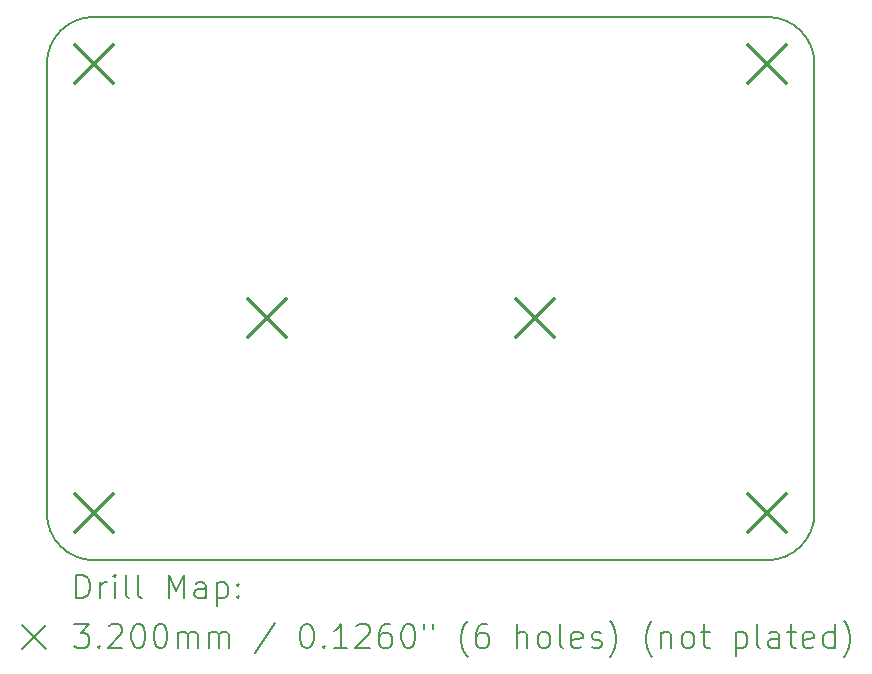
<source format=gbr>
%TF.GenerationSoftware,KiCad,Pcbnew,8.0.1-8.0.1-1~ubuntu22.04.1*%
%TF.CreationDate,2024-05-03T10:54:56-07:00*%
%TF.ProjectId,pifire-ads-board,70696669-7265-42d6-9164-732d626f6172,rev?*%
%TF.SameCoordinates,Original*%
%TF.FileFunction,Drillmap*%
%TF.FilePolarity,Positive*%
%FSLAX45Y45*%
G04 Gerber Fmt 4.5, Leading zero omitted, Abs format (unit mm)*
G04 Created by KiCad (PCBNEW 8.0.1-8.0.1-1~ubuntu22.04.1) date 2024-05-03 10:54:56*
%MOMM*%
%LPD*%
G01*
G04 APERTURE LIST*
%ADD10C,0.200000*%
%ADD11C,0.320000*%
G04 APERTURE END LIST*
D10*
X9500000Y-7200000D02*
G75*
G02*
X9100000Y-7600000I-400000J0D01*
G01*
X3000000Y-7200000D02*
X3000000Y-3400000D01*
X9100000Y-7600000D02*
X3400000Y-7600000D01*
X3400000Y-3000000D02*
X9100000Y-3000000D01*
X3400000Y-7600000D02*
G75*
G02*
X3000000Y-7200000I0J400000D01*
G01*
X3000000Y-3400000D02*
G75*
G02*
X3400000Y-3000000I400000J0D01*
G01*
X9500000Y-3400000D02*
X9500000Y-7200000D01*
X9100000Y-3000000D02*
G75*
G02*
X9500000Y-3400000I0J-400000D01*
G01*
D11*
X3240000Y-3240000D02*
X3560000Y-3560000D01*
X3560000Y-3240000D02*
X3240000Y-3560000D01*
X3240000Y-7040000D02*
X3560000Y-7360000D01*
X3560000Y-7040000D02*
X3240000Y-7360000D01*
X4701600Y-5392200D02*
X5021600Y-5712200D01*
X5021600Y-5392200D02*
X4701600Y-5712200D01*
X6976400Y-5392200D02*
X7296400Y-5712200D01*
X7296400Y-5392200D02*
X6976400Y-5712200D01*
X8940000Y-3240000D02*
X9260000Y-3560000D01*
X9260000Y-3240000D02*
X8940000Y-3560000D01*
X8940000Y-7040000D02*
X9260000Y-7360000D01*
X9260000Y-7040000D02*
X8940000Y-7360000D01*
D10*
X3250777Y-7921484D02*
X3250777Y-7721484D01*
X3250777Y-7721484D02*
X3298396Y-7721484D01*
X3298396Y-7721484D02*
X3326967Y-7731008D01*
X3326967Y-7731008D02*
X3346015Y-7750055D01*
X3346015Y-7750055D02*
X3355539Y-7769103D01*
X3355539Y-7769103D02*
X3365062Y-7807198D01*
X3365062Y-7807198D02*
X3365062Y-7835769D01*
X3365062Y-7835769D02*
X3355539Y-7873865D01*
X3355539Y-7873865D02*
X3346015Y-7892912D01*
X3346015Y-7892912D02*
X3326967Y-7911960D01*
X3326967Y-7911960D02*
X3298396Y-7921484D01*
X3298396Y-7921484D02*
X3250777Y-7921484D01*
X3450777Y-7921484D02*
X3450777Y-7788150D01*
X3450777Y-7826246D02*
X3460301Y-7807198D01*
X3460301Y-7807198D02*
X3469824Y-7797674D01*
X3469824Y-7797674D02*
X3488872Y-7788150D01*
X3488872Y-7788150D02*
X3507920Y-7788150D01*
X3574586Y-7921484D02*
X3574586Y-7788150D01*
X3574586Y-7721484D02*
X3565062Y-7731008D01*
X3565062Y-7731008D02*
X3574586Y-7740531D01*
X3574586Y-7740531D02*
X3584110Y-7731008D01*
X3584110Y-7731008D02*
X3574586Y-7721484D01*
X3574586Y-7721484D02*
X3574586Y-7740531D01*
X3698396Y-7921484D02*
X3679348Y-7911960D01*
X3679348Y-7911960D02*
X3669824Y-7892912D01*
X3669824Y-7892912D02*
X3669824Y-7721484D01*
X3803158Y-7921484D02*
X3784110Y-7911960D01*
X3784110Y-7911960D02*
X3774586Y-7892912D01*
X3774586Y-7892912D02*
X3774586Y-7721484D01*
X4031729Y-7921484D02*
X4031729Y-7721484D01*
X4031729Y-7721484D02*
X4098396Y-7864341D01*
X4098396Y-7864341D02*
X4165062Y-7721484D01*
X4165062Y-7721484D02*
X4165062Y-7921484D01*
X4346015Y-7921484D02*
X4346015Y-7816722D01*
X4346015Y-7816722D02*
X4336491Y-7797674D01*
X4336491Y-7797674D02*
X4317444Y-7788150D01*
X4317444Y-7788150D02*
X4279348Y-7788150D01*
X4279348Y-7788150D02*
X4260301Y-7797674D01*
X4346015Y-7911960D02*
X4326967Y-7921484D01*
X4326967Y-7921484D02*
X4279348Y-7921484D01*
X4279348Y-7921484D02*
X4260301Y-7911960D01*
X4260301Y-7911960D02*
X4250777Y-7892912D01*
X4250777Y-7892912D02*
X4250777Y-7873865D01*
X4250777Y-7873865D02*
X4260301Y-7854817D01*
X4260301Y-7854817D02*
X4279348Y-7845293D01*
X4279348Y-7845293D02*
X4326967Y-7845293D01*
X4326967Y-7845293D02*
X4346015Y-7835769D01*
X4441253Y-7788150D02*
X4441253Y-7988150D01*
X4441253Y-7797674D02*
X4460301Y-7788150D01*
X4460301Y-7788150D02*
X4498396Y-7788150D01*
X4498396Y-7788150D02*
X4517444Y-7797674D01*
X4517444Y-7797674D02*
X4526967Y-7807198D01*
X4526967Y-7807198D02*
X4536491Y-7826246D01*
X4536491Y-7826246D02*
X4536491Y-7883388D01*
X4536491Y-7883388D02*
X4526967Y-7902436D01*
X4526967Y-7902436D02*
X4517444Y-7911960D01*
X4517444Y-7911960D02*
X4498396Y-7921484D01*
X4498396Y-7921484D02*
X4460301Y-7921484D01*
X4460301Y-7921484D02*
X4441253Y-7911960D01*
X4622205Y-7902436D02*
X4631729Y-7911960D01*
X4631729Y-7911960D02*
X4622205Y-7921484D01*
X4622205Y-7921484D02*
X4612682Y-7911960D01*
X4612682Y-7911960D02*
X4622205Y-7902436D01*
X4622205Y-7902436D02*
X4622205Y-7921484D01*
X4622205Y-7797674D02*
X4631729Y-7807198D01*
X4631729Y-7807198D02*
X4622205Y-7816722D01*
X4622205Y-7816722D02*
X4612682Y-7807198D01*
X4612682Y-7807198D02*
X4622205Y-7797674D01*
X4622205Y-7797674D02*
X4622205Y-7816722D01*
X2790000Y-8150000D02*
X2990000Y-8350000D01*
X2990000Y-8150000D02*
X2790000Y-8350000D01*
X3231729Y-8141484D02*
X3355539Y-8141484D01*
X3355539Y-8141484D02*
X3288872Y-8217674D01*
X3288872Y-8217674D02*
X3317443Y-8217674D01*
X3317443Y-8217674D02*
X3336491Y-8227198D01*
X3336491Y-8227198D02*
X3346015Y-8236722D01*
X3346015Y-8236722D02*
X3355539Y-8255769D01*
X3355539Y-8255769D02*
X3355539Y-8303388D01*
X3355539Y-8303388D02*
X3346015Y-8322436D01*
X3346015Y-8322436D02*
X3336491Y-8331960D01*
X3336491Y-8331960D02*
X3317443Y-8341484D01*
X3317443Y-8341484D02*
X3260301Y-8341484D01*
X3260301Y-8341484D02*
X3241253Y-8331960D01*
X3241253Y-8331960D02*
X3231729Y-8322436D01*
X3441253Y-8322436D02*
X3450777Y-8331960D01*
X3450777Y-8331960D02*
X3441253Y-8341484D01*
X3441253Y-8341484D02*
X3431729Y-8331960D01*
X3431729Y-8331960D02*
X3441253Y-8322436D01*
X3441253Y-8322436D02*
X3441253Y-8341484D01*
X3526967Y-8160531D02*
X3536491Y-8151008D01*
X3536491Y-8151008D02*
X3555539Y-8141484D01*
X3555539Y-8141484D02*
X3603158Y-8141484D01*
X3603158Y-8141484D02*
X3622205Y-8151008D01*
X3622205Y-8151008D02*
X3631729Y-8160531D01*
X3631729Y-8160531D02*
X3641253Y-8179579D01*
X3641253Y-8179579D02*
X3641253Y-8198627D01*
X3641253Y-8198627D02*
X3631729Y-8227198D01*
X3631729Y-8227198D02*
X3517443Y-8341484D01*
X3517443Y-8341484D02*
X3641253Y-8341484D01*
X3765062Y-8141484D02*
X3784110Y-8141484D01*
X3784110Y-8141484D02*
X3803158Y-8151008D01*
X3803158Y-8151008D02*
X3812682Y-8160531D01*
X3812682Y-8160531D02*
X3822205Y-8179579D01*
X3822205Y-8179579D02*
X3831729Y-8217674D01*
X3831729Y-8217674D02*
X3831729Y-8265293D01*
X3831729Y-8265293D02*
X3822205Y-8303388D01*
X3822205Y-8303388D02*
X3812682Y-8322436D01*
X3812682Y-8322436D02*
X3803158Y-8331960D01*
X3803158Y-8331960D02*
X3784110Y-8341484D01*
X3784110Y-8341484D02*
X3765062Y-8341484D01*
X3765062Y-8341484D02*
X3746015Y-8331960D01*
X3746015Y-8331960D02*
X3736491Y-8322436D01*
X3736491Y-8322436D02*
X3726967Y-8303388D01*
X3726967Y-8303388D02*
X3717443Y-8265293D01*
X3717443Y-8265293D02*
X3717443Y-8217674D01*
X3717443Y-8217674D02*
X3726967Y-8179579D01*
X3726967Y-8179579D02*
X3736491Y-8160531D01*
X3736491Y-8160531D02*
X3746015Y-8151008D01*
X3746015Y-8151008D02*
X3765062Y-8141484D01*
X3955539Y-8141484D02*
X3974586Y-8141484D01*
X3974586Y-8141484D02*
X3993634Y-8151008D01*
X3993634Y-8151008D02*
X4003158Y-8160531D01*
X4003158Y-8160531D02*
X4012682Y-8179579D01*
X4012682Y-8179579D02*
X4022205Y-8217674D01*
X4022205Y-8217674D02*
X4022205Y-8265293D01*
X4022205Y-8265293D02*
X4012682Y-8303388D01*
X4012682Y-8303388D02*
X4003158Y-8322436D01*
X4003158Y-8322436D02*
X3993634Y-8331960D01*
X3993634Y-8331960D02*
X3974586Y-8341484D01*
X3974586Y-8341484D02*
X3955539Y-8341484D01*
X3955539Y-8341484D02*
X3936491Y-8331960D01*
X3936491Y-8331960D02*
X3926967Y-8322436D01*
X3926967Y-8322436D02*
X3917443Y-8303388D01*
X3917443Y-8303388D02*
X3907920Y-8265293D01*
X3907920Y-8265293D02*
X3907920Y-8217674D01*
X3907920Y-8217674D02*
X3917443Y-8179579D01*
X3917443Y-8179579D02*
X3926967Y-8160531D01*
X3926967Y-8160531D02*
X3936491Y-8151008D01*
X3936491Y-8151008D02*
X3955539Y-8141484D01*
X4107920Y-8341484D02*
X4107920Y-8208150D01*
X4107920Y-8227198D02*
X4117443Y-8217674D01*
X4117443Y-8217674D02*
X4136491Y-8208150D01*
X4136491Y-8208150D02*
X4165063Y-8208150D01*
X4165063Y-8208150D02*
X4184110Y-8217674D01*
X4184110Y-8217674D02*
X4193634Y-8236722D01*
X4193634Y-8236722D02*
X4193634Y-8341484D01*
X4193634Y-8236722D02*
X4203158Y-8217674D01*
X4203158Y-8217674D02*
X4222205Y-8208150D01*
X4222205Y-8208150D02*
X4250777Y-8208150D01*
X4250777Y-8208150D02*
X4269825Y-8217674D01*
X4269825Y-8217674D02*
X4279348Y-8236722D01*
X4279348Y-8236722D02*
X4279348Y-8341484D01*
X4374586Y-8341484D02*
X4374586Y-8208150D01*
X4374586Y-8227198D02*
X4384110Y-8217674D01*
X4384110Y-8217674D02*
X4403158Y-8208150D01*
X4403158Y-8208150D02*
X4431729Y-8208150D01*
X4431729Y-8208150D02*
X4450777Y-8217674D01*
X4450777Y-8217674D02*
X4460301Y-8236722D01*
X4460301Y-8236722D02*
X4460301Y-8341484D01*
X4460301Y-8236722D02*
X4469825Y-8217674D01*
X4469825Y-8217674D02*
X4488872Y-8208150D01*
X4488872Y-8208150D02*
X4517444Y-8208150D01*
X4517444Y-8208150D02*
X4536491Y-8217674D01*
X4536491Y-8217674D02*
X4546015Y-8236722D01*
X4546015Y-8236722D02*
X4546015Y-8341484D01*
X4936491Y-8131960D02*
X4765063Y-8389103D01*
X5193634Y-8141484D02*
X5212682Y-8141484D01*
X5212682Y-8141484D02*
X5231729Y-8151008D01*
X5231729Y-8151008D02*
X5241253Y-8160531D01*
X5241253Y-8160531D02*
X5250777Y-8179579D01*
X5250777Y-8179579D02*
X5260301Y-8217674D01*
X5260301Y-8217674D02*
X5260301Y-8265293D01*
X5260301Y-8265293D02*
X5250777Y-8303388D01*
X5250777Y-8303388D02*
X5241253Y-8322436D01*
X5241253Y-8322436D02*
X5231729Y-8331960D01*
X5231729Y-8331960D02*
X5212682Y-8341484D01*
X5212682Y-8341484D02*
X5193634Y-8341484D01*
X5193634Y-8341484D02*
X5174587Y-8331960D01*
X5174587Y-8331960D02*
X5165063Y-8322436D01*
X5165063Y-8322436D02*
X5155539Y-8303388D01*
X5155539Y-8303388D02*
X5146015Y-8265293D01*
X5146015Y-8265293D02*
X5146015Y-8217674D01*
X5146015Y-8217674D02*
X5155539Y-8179579D01*
X5155539Y-8179579D02*
X5165063Y-8160531D01*
X5165063Y-8160531D02*
X5174587Y-8151008D01*
X5174587Y-8151008D02*
X5193634Y-8141484D01*
X5346015Y-8322436D02*
X5355539Y-8331960D01*
X5355539Y-8331960D02*
X5346015Y-8341484D01*
X5346015Y-8341484D02*
X5336491Y-8331960D01*
X5336491Y-8331960D02*
X5346015Y-8322436D01*
X5346015Y-8322436D02*
X5346015Y-8341484D01*
X5546015Y-8341484D02*
X5431729Y-8341484D01*
X5488872Y-8341484D02*
X5488872Y-8141484D01*
X5488872Y-8141484D02*
X5469825Y-8170055D01*
X5469825Y-8170055D02*
X5450777Y-8189103D01*
X5450777Y-8189103D02*
X5431729Y-8198627D01*
X5622206Y-8160531D02*
X5631729Y-8151008D01*
X5631729Y-8151008D02*
X5650777Y-8141484D01*
X5650777Y-8141484D02*
X5698396Y-8141484D01*
X5698396Y-8141484D02*
X5717444Y-8151008D01*
X5717444Y-8151008D02*
X5726967Y-8160531D01*
X5726967Y-8160531D02*
X5736491Y-8179579D01*
X5736491Y-8179579D02*
X5736491Y-8198627D01*
X5736491Y-8198627D02*
X5726967Y-8227198D01*
X5726967Y-8227198D02*
X5612682Y-8341484D01*
X5612682Y-8341484D02*
X5736491Y-8341484D01*
X5907920Y-8141484D02*
X5869825Y-8141484D01*
X5869825Y-8141484D02*
X5850777Y-8151008D01*
X5850777Y-8151008D02*
X5841253Y-8160531D01*
X5841253Y-8160531D02*
X5822206Y-8189103D01*
X5822206Y-8189103D02*
X5812682Y-8227198D01*
X5812682Y-8227198D02*
X5812682Y-8303388D01*
X5812682Y-8303388D02*
X5822206Y-8322436D01*
X5822206Y-8322436D02*
X5831729Y-8331960D01*
X5831729Y-8331960D02*
X5850777Y-8341484D01*
X5850777Y-8341484D02*
X5888872Y-8341484D01*
X5888872Y-8341484D02*
X5907920Y-8331960D01*
X5907920Y-8331960D02*
X5917444Y-8322436D01*
X5917444Y-8322436D02*
X5926967Y-8303388D01*
X5926967Y-8303388D02*
X5926967Y-8255769D01*
X5926967Y-8255769D02*
X5917444Y-8236722D01*
X5917444Y-8236722D02*
X5907920Y-8227198D01*
X5907920Y-8227198D02*
X5888872Y-8217674D01*
X5888872Y-8217674D02*
X5850777Y-8217674D01*
X5850777Y-8217674D02*
X5831729Y-8227198D01*
X5831729Y-8227198D02*
X5822206Y-8236722D01*
X5822206Y-8236722D02*
X5812682Y-8255769D01*
X6050777Y-8141484D02*
X6069825Y-8141484D01*
X6069825Y-8141484D02*
X6088872Y-8151008D01*
X6088872Y-8151008D02*
X6098396Y-8160531D01*
X6098396Y-8160531D02*
X6107920Y-8179579D01*
X6107920Y-8179579D02*
X6117444Y-8217674D01*
X6117444Y-8217674D02*
X6117444Y-8265293D01*
X6117444Y-8265293D02*
X6107920Y-8303388D01*
X6107920Y-8303388D02*
X6098396Y-8322436D01*
X6098396Y-8322436D02*
X6088872Y-8331960D01*
X6088872Y-8331960D02*
X6069825Y-8341484D01*
X6069825Y-8341484D02*
X6050777Y-8341484D01*
X6050777Y-8341484D02*
X6031729Y-8331960D01*
X6031729Y-8331960D02*
X6022206Y-8322436D01*
X6022206Y-8322436D02*
X6012682Y-8303388D01*
X6012682Y-8303388D02*
X6003158Y-8265293D01*
X6003158Y-8265293D02*
X6003158Y-8217674D01*
X6003158Y-8217674D02*
X6012682Y-8179579D01*
X6012682Y-8179579D02*
X6022206Y-8160531D01*
X6022206Y-8160531D02*
X6031729Y-8151008D01*
X6031729Y-8151008D02*
X6050777Y-8141484D01*
X6193634Y-8141484D02*
X6193634Y-8179579D01*
X6269825Y-8141484D02*
X6269825Y-8179579D01*
X6565063Y-8417674D02*
X6555539Y-8408150D01*
X6555539Y-8408150D02*
X6536491Y-8379579D01*
X6536491Y-8379579D02*
X6526968Y-8360531D01*
X6526968Y-8360531D02*
X6517444Y-8331960D01*
X6517444Y-8331960D02*
X6507920Y-8284341D01*
X6507920Y-8284341D02*
X6507920Y-8246246D01*
X6507920Y-8246246D02*
X6517444Y-8198627D01*
X6517444Y-8198627D02*
X6526968Y-8170055D01*
X6526968Y-8170055D02*
X6536491Y-8151008D01*
X6536491Y-8151008D02*
X6555539Y-8122436D01*
X6555539Y-8122436D02*
X6565063Y-8112912D01*
X6726968Y-8141484D02*
X6688872Y-8141484D01*
X6688872Y-8141484D02*
X6669825Y-8151008D01*
X6669825Y-8151008D02*
X6660301Y-8160531D01*
X6660301Y-8160531D02*
X6641253Y-8189103D01*
X6641253Y-8189103D02*
X6631729Y-8227198D01*
X6631729Y-8227198D02*
X6631729Y-8303388D01*
X6631729Y-8303388D02*
X6641253Y-8322436D01*
X6641253Y-8322436D02*
X6650777Y-8331960D01*
X6650777Y-8331960D02*
X6669825Y-8341484D01*
X6669825Y-8341484D02*
X6707920Y-8341484D01*
X6707920Y-8341484D02*
X6726968Y-8331960D01*
X6726968Y-8331960D02*
X6736491Y-8322436D01*
X6736491Y-8322436D02*
X6746015Y-8303388D01*
X6746015Y-8303388D02*
X6746015Y-8255769D01*
X6746015Y-8255769D02*
X6736491Y-8236722D01*
X6736491Y-8236722D02*
X6726968Y-8227198D01*
X6726968Y-8227198D02*
X6707920Y-8217674D01*
X6707920Y-8217674D02*
X6669825Y-8217674D01*
X6669825Y-8217674D02*
X6650777Y-8227198D01*
X6650777Y-8227198D02*
X6641253Y-8236722D01*
X6641253Y-8236722D02*
X6631729Y-8255769D01*
X6984110Y-8341484D02*
X6984110Y-8141484D01*
X7069825Y-8341484D02*
X7069825Y-8236722D01*
X7069825Y-8236722D02*
X7060301Y-8217674D01*
X7060301Y-8217674D02*
X7041253Y-8208150D01*
X7041253Y-8208150D02*
X7012682Y-8208150D01*
X7012682Y-8208150D02*
X6993634Y-8217674D01*
X6993634Y-8217674D02*
X6984110Y-8227198D01*
X7193634Y-8341484D02*
X7174587Y-8331960D01*
X7174587Y-8331960D02*
X7165063Y-8322436D01*
X7165063Y-8322436D02*
X7155539Y-8303388D01*
X7155539Y-8303388D02*
X7155539Y-8246246D01*
X7155539Y-8246246D02*
X7165063Y-8227198D01*
X7165063Y-8227198D02*
X7174587Y-8217674D01*
X7174587Y-8217674D02*
X7193634Y-8208150D01*
X7193634Y-8208150D02*
X7222206Y-8208150D01*
X7222206Y-8208150D02*
X7241253Y-8217674D01*
X7241253Y-8217674D02*
X7250777Y-8227198D01*
X7250777Y-8227198D02*
X7260301Y-8246246D01*
X7260301Y-8246246D02*
X7260301Y-8303388D01*
X7260301Y-8303388D02*
X7250777Y-8322436D01*
X7250777Y-8322436D02*
X7241253Y-8331960D01*
X7241253Y-8331960D02*
X7222206Y-8341484D01*
X7222206Y-8341484D02*
X7193634Y-8341484D01*
X7374587Y-8341484D02*
X7355539Y-8331960D01*
X7355539Y-8331960D02*
X7346015Y-8312912D01*
X7346015Y-8312912D02*
X7346015Y-8141484D01*
X7526968Y-8331960D02*
X7507920Y-8341484D01*
X7507920Y-8341484D02*
X7469825Y-8341484D01*
X7469825Y-8341484D02*
X7450777Y-8331960D01*
X7450777Y-8331960D02*
X7441253Y-8312912D01*
X7441253Y-8312912D02*
X7441253Y-8236722D01*
X7441253Y-8236722D02*
X7450777Y-8217674D01*
X7450777Y-8217674D02*
X7469825Y-8208150D01*
X7469825Y-8208150D02*
X7507920Y-8208150D01*
X7507920Y-8208150D02*
X7526968Y-8217674D01*
X7526968Y-8217674D02*
X7536491Y-8236722D01*
X7536491Y-8236722D02*
X7536491Y-8255769D01*
X7536491Y-8255769D02*
X7441253Y-8274817D01*
X7612682Y-8331960D02*
X7631730Y-8341484D01*
X7631730Y-8341484D02*
X7669825Y-8341484D01*
X7669825Y-8341484D02*
X7688872Y-8331960D01*
X7688872Y-8331960D02*
X7698396Y-8312912D01*
X7698396Y-8312912D02*
X7698396Y-8303388D01*
X7698396Y-8303388D02*
X7688872Y-8284341D01*
X7688872Y-8284341D02*
X7669825Y-8274817D01*
X7669825Y-8274817D02*
X7641253Y-8274817D01*
X7641253Y-8274817D02*
X7622206Y-8265293D01*
X7622206Y-8265293D02*
X7612682Y-8246246D01*
X7612682Y-8246246D02*
X7612682Y-8236722D01*
X7612682Y-8236722D02*
X7622206Y-8217674D01*
X7622206Y-8217674D02*
X7641253Y-8208150D01*
X7641253Y-8208150D02*
X7669825Y-8208150D01*
X7669825Y-8208150D02*
X7688872Y-8217674D01*
X7765063Y-8417674D02*
X7774587Y-8408150D01*
X7774587Y-8408150D02*
X7793634Y-8379579D01*
X7793634Y-8379579D02*
X7803158Y-8360531D01*
X7803158Y-8360531D02*
X7812682Y-8331960D01*
X7812682Y-8331960D02*
X7822206Y-8284341D01*
X7822206Y-8284341D02*
X7822206Y-8246246D01*
X7822206Y-8246246D02*
X7812682Y-8198627D01*
X7812682Y-8198627D02*
X7803158Y-8170055D01*
X7803158Y-8170055D02*
X7793634Y-8151008D01*
X7793634Y-8151008D02*
X7774587Y-8122436D01*
X7774587Y-8122436D02*
X7765063Y-8112912D01*
X8126968Y-8417674D02*
X8117444Y-8408150D01*
X8117444Y-8408150D02*
X8098396Y-8379579D01*
X8098396Y-8379579D02*
X8088872Y-8360531D01*
X8088872Y-8360531D02*
X8079349Y-8331960D01*
X8079349Y-8331960D02*
X8069825Y-8284341D01*
X8069825Y-8284341D02*
X8069825Y-8246246D01*
X8069825Y-8246246D02*
X8079349Y-8198627D01*
X8079349Y-8198627D02*
X8088872Y-8170055D01*
X8088872Y-8170055D02*
X8098396Y-8151008D01*
X8098396Y-8151008D02*
X8117444Y-8122436D01*
X8117444Y-8122436D02*
X8126968Y-8112912D01*
X8203158Y-8208150D02*
X8203158Y-8341484D01*
X8203158Y-8227198D02*
X8212682Y-8217674D01*
X8212682Y-8217674D02*
X8231730Y-8208150D01*
X8231730Y-8208150D02*
X8260301Y-8208150D01*
X8260301Y-8208150D02*
X8279349Y-8217674D01*
X8279349Y-8217674D02*
X8288872Y-8236722D01*
X8288872Y-8236722D02*
X8288872Y-8341484D01*
X8412682Y-8341484D02*
X8393634Y-8331960D01*
X8393634Y-8331960D02*
X8384111Y-8322436D01*
X8384111Y-8322436D02*
X8374587Y-8303388D01*
X8374587Y-8303388D02*
X8374587Y-8246246D01*
X8374587Y-8246246D02*
X8384111Y-8227198D01*
X8384111Y-8227198D02*
X8393634Y-8217674D01*
X8393634Y-8217674D02*
X8412682Y-8208150D01*
X8412682Y-8208150D02*
X8441254Y-8208150D01*
X8441254Y-8208150D02*
X8460301Y-8217674D01*
X8460301Y-8217674D02*
X8469825Y-8227198D01*
X8469825Y-8227198D02*
X8479349Y-8246246D01*
X8479349Y-8246246D02*
X8479349Y-8303388D01*
X8479349Y-8303388D02*
X8469825Y-8322436D01*
X8469825Y-8322436D02*
X8460301Y-8331960D01*
X8460301Y-8331960D02*
X8441254Y-8341484D01*
X8441254Y-8341484D02*
X8412682Y-8341484D01*
X8536492Y-8208150D02*
X8612682Y-8208150D01*
X8565063Y-8141484D02*
X8565063Y-8312912D01*
X8565063Y-8312912D02*
X8574587Y-8331960D01*
X8574587Y-8331960D02*
X8593634Y-8341484D01*
X8593634Y-8341484D02*
X8612682Y-8341484D01*
X8831730Y-8208150D02*
X8831730Y-8408150D01*
X8831730Y-8217674D02*
X8850777Y-8208150D01*
X8850777Y-8208150D02*
X8888873Y-8208150D01*
X8888873Y-8208150D02*
X8907920Y-8217674D01*
X8907920Y-8217674D02*
X8917444Y-8227198D01*
X8917444Y-8227198D02*
X8926968Y-8246246D01*
X8926968Y-8246246D02*
X8926968Y-8303388D01*
X8926968Y-8303388D02*
X8917444Y-8322436D01*
X8917444Y-8322436D02*
X8907920Y-8331960D01*
X8907920Y-8331960D02*
X8888873Y-8341484D01*
X8888873Y-8341484D02*
X8850777Y-8341484D01*
X8850777Y-8341484D02*
X8831730Y-8331960D01*
X9041254Y-8341484D02*
X9022206Y-8331960D01*
X9022206Y-8331960D02*
X9012682Y-8312912D01*
X9012682Y-8312912D02*
X9012682Y-8141484D01*
X9203158Y-8341484D02*
X9203158Y-8236722D01*
X9203158Y-8236722D02*
X9193635Y-8217674D01*
X9193635Y-8217674D02*
X9174587Y-8208150D01*
X9174587Y-8208150D02*
X9136492Y-8208150D01*
X9136492Y-8208150D02*
X9117444Y-8217674D01*
X9203158Y-8331960D02*
X9184111Y-8341484D01*
X9184111Y-8341484D02*
X9136492Y-8341484D01*
X9136492Y-8341484D02*
X9117444Y-8331960D01*
X9117444Y-8331960D02*
X9107920Y-8312912D01*
X9107920Y-8312912D02*
X9107920Y-8293865D01*
X9107920Y-8293865D02*
X9117444Y-8274817D01*
X9117444Y-8274817D02*
X9136492Y-8265293D01*
X9136492Y-8265293D02*
X9184111Y-8265293D01*
X9184111Y-8265293D02*
X9203158Y-8255769D01*
X9269825Y-8208150D02*
X9346015Y-8208150D01*
X9298396Y-8141484D02*
X9298396Y-8312912D01*
X9298396Y-8312912D02*
X9307920Y-8331960D01*
X9307920Y-8331960D02*
X9326968Y-8341484D01*
X9326968Y-8341484D02*
X9346015Y-8341484D01*
X9488873Y-8331960D02*
X9469825Y-8341484D01*
X9469825Y-8341484D02*
X9431730Y-8341484D01*
X9431730Y-8341484D02*
X9412682Y-8331960D01*
X9412682Y-8331960D02*
X9403158Y-8312912D01*
X9403158Y-8312912D02*
X9403158Y-8236722D01*
X9403158Y-8236722D02*
X9412682Y-8217674D01*
X9412682Y-8217674D02*
X9431730Y-8208150D01*
X9431730Y-8208150D02*
X9469825Y-8208150D01*
X9469825Y-8208150D02*
X9488873Y-8217674D01*
X9488873Y-8217674D02*
X9498396Y-8236722D01*
X9498396Y-8236722D02*
X9498396Y-8255769D01*
X9498396Y-8255769D02*
X9403158Y-8274817D01*
X9669825Y-8341484D02*
X9669825Y-8141484D01*
X9669825Y-8331960D02*
X9650777Y-8341484D01*
X9650777Y-8341484D02*
X9612682Y-8341484D01*
X9612682Y-8341484D02*
X9593635Y-8331960D01*
X9593635Y-8331960D02*
X9584111Y-8322436D01*
X9584111Y-8322436D02*
X9574587Y-8303388D01*
X9574587Y-8303388D02*
X9574587Y-8246246D01*
X9574587Y-8246246D02*
X9584111Y-8227198D01*
X9584111Y-8227198D02*
X9593635Y-8217674D01*
X9593635Y-8217674D02*
X9612682Y-8208150D01*
X9612682Y-8208150D02*
X9650777Y-8208150D01*
X9650777Y-8208150D02*
X9669825Y-8217674D01*
X9746016Y-8417674D02*
X9755539Y-8408150D01*
X9755539Y-8408150D02*
X9774587Y-8379579D01*
X9774587Y-8379579D02*
X9784111Y-8360531D01*
X9784111Y-8360531D02*
X9793635Y-8331960D01*
X9793635Y-8331960D02*
X9803158Y-8284341D01*
X9803158Y-8284341D02*
X9803158Y-8246246D01*
X9803158Y-8246246D02*
X9793635Y-8198627D01*
X9793635Y-8198627D02*
X9784111Y-8170055D01*
X9784111Y-8170055D02*
X9774587Y-8151008D01*
X9774587Y-8151008D02*
X9755539Y-8122436D01*
X9755539Y-8122436D02*
X9746016Y-8112912D01*
M02*

</source>
